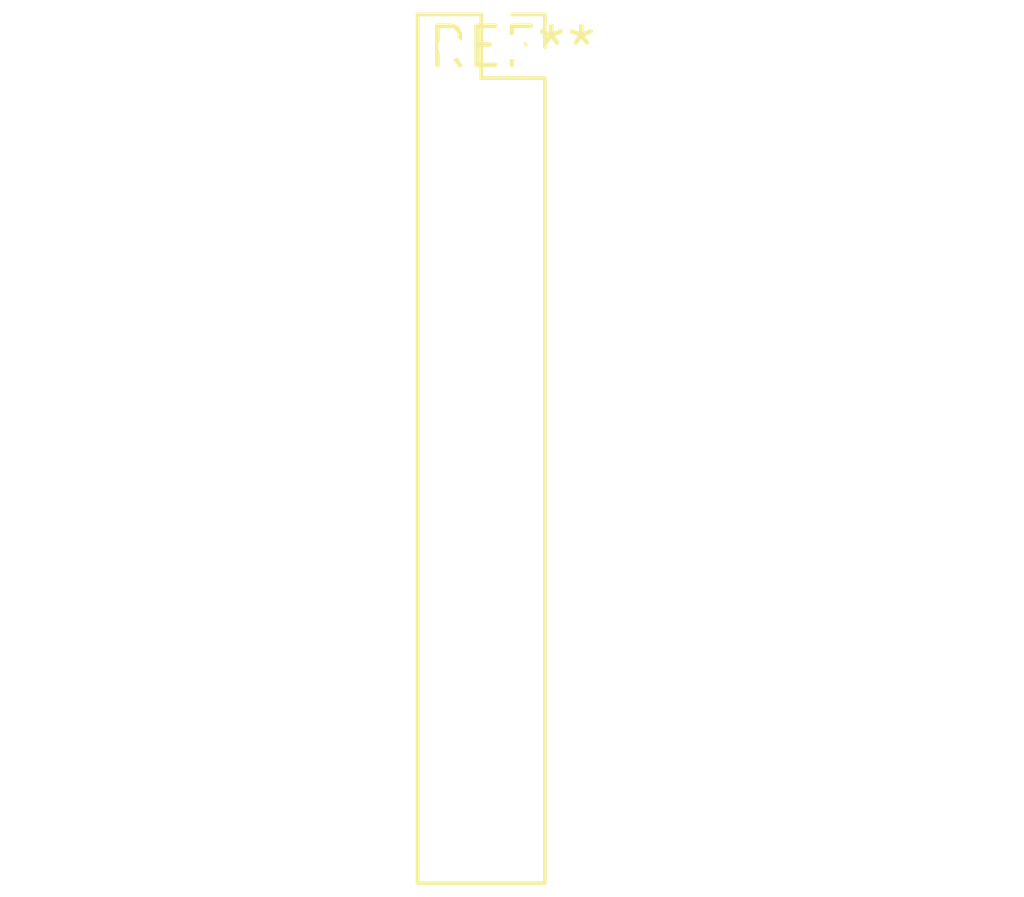
<source format=kicad_pcb>
(kicad_pcb (version 20240108) (generator pcbnew)
  (layers (0 "F.Cu" signal) (31 "B.Cu" signal) (34 "B.Paste" user) (35 "F.Paste" user) (36 "B.SilkS" user "B.Silkscreen") (37 "F.SilkS" user "F.Silkscreen") (38 "B.Mask" user) (39 "F.Mask" user) (44 "Edge.Cuts" user))
  (net 0 "")
  (footprint "PinSocket_2x14_P2.00mm_Vertical" (layer "F.Cu") (at 0 0)
    (property "Reference" "REF**")
    (property "Value" "PinSocket_2x14_P2.00mm_Vertical")
    (fp_line (start -3.06 -1.06) (end -3.06 27.06) (layer "F.SilkS") (stroke (width 0.12)))
    (fp_line (start -3.06 -1.06) (end -1 -1.06) (layer "F.SilkS") (stroke (width 0.12)))
    (fp_line (start -3.06 27.06) (end 1.06 27.06) (layer "F.SilkS") (stroke (width 0.12)))
    (fp_line (start -1 -1.06) (end -1 1) (layer "F.SilkS") (stroke (width 0.12)))
    (fp_line (start -1 1) (end 1.06 1) (layer "F.SilkS") (stroke (width 0.12)))
    (fp_line (start 0 -1.06) (end 1.06 -1.06) (layer "F.SilkS") (stroke (width 0.12)))
    (fp_line (start 1.06 -1.06) (end 1.06 0) (layer "F.SilkS") (stroke (width 0.12)))
    (fp_line (start 1.06 1) (end 1.06 27.06) (layer "F.SilkS") (stroke (width 0.12)))
    (pad "1" thru_hole rect (at 0 0) (size 1.35 1.35) (drill 0.8) (layers *.Cu *.Mask) (remove_unused_layers))
    (pad "2" thru_hole oval (at -2 0) (size 1.35 1.35) (drill 0.8) (layers *.Cu *.Mask) (remove_unused_layers))
    (pad "3" thru_hole oval (at 0 2) (size 1.35 1.35) (drill 0.8) (layers *.Cu *.Mask) (remove_unused_layers))
    (pad "4" thru_hole oval (at -2 2) (size 1.35 1.35) (drill 0.8) (layers *.Cu *.Mask) (remove_unused_layers))
    (pad "5" thru_hole oval (at 0 4) (size 1.35 1.35) (drill 0.8) (layers *.Cu *.Mask) (remove_unused_layers))
    (pad "6" thru_hole oval (at -2 4) (size 1.35 1.35) (drill 0.8) (layers *.Cu *.Mask) (remove_unused_layers))
    (pad "7" thru_hole oval (at 0 6) (size 1.35 1.35) (drill 0.8) (layers *.Cu *.Mask) (remove_unused_layers))
    (pad "8" thru_hole oval (at -2 6) (size 1.35 1.35) (drill 0.8) (layers *.Cu *.Mask) (remove_unused_layers))
    (pad "9" thru_hole oval (at 0 8) (size 1.35 1.35) (drill 0.8) (layers *.Cu *.Mask) (remove_unused_layers))
    (pad "10" thru_hole oval (at -2 8) (size 1.35 1.35) (drill 0.8) (layers *.Cu *.Mask) (remove_unused_layers))
    (pad "11" thru_hole oval (at 0 10) (size 1.35 1.35) (drill 0.8) (layers *.Cu *.Mask) (remove_unused_layers))
    (pad "12" thru_hole oval (at -2 10) (size 1.35 1.35) (drill 0.8) (layers *.Cu *.Mask) (remove_unused_layers))
    (pad "13" thru_hole oval (at 0 12) (size 1.35 1.35) (drill 0.8) (layers *.Cu *.Mask) (remove_unused_layers))
    (pad "14" thru_hole oval (at -2 12) (size 1.35 1.35) (drill 0.8) (layers *.Cu *.Mask) (remove_unused_layers))
    (pad "15" thru_hole oval (at 0 14) (size 1.35 1.35) (drill 0.8) (layers *.Cu *.Mask) (remove_unused_layers))
    (pad "16" thru_hole oval (at -2 14) (size 1.35 1.35) (drill 0.8) (layers *.Cu *.Mask) (remove_unused_layers))
    (pad "17" thru_hole oval (at 0 16) (size 1.35 1.35) (drill 0.8) (layers *.Cu *.Mask) (remove_unused_layers))
    (pad "18" thru_hole oval (at -2 16) (size 1.35 1.35) (drill 0.8) (layers *.Cu *.Mask) (remove_unused_layers))
    (pad "19" thru_hole oval (at 0 18) (size 1.35 1.35) (drill 0.8) (layers *.Cu *.Mask) (remove_unused_layers))
    (pad "20" thru_hole oval (at -2 18) (size 1.35 1.35) (drill 0.8) (layers *.Cu *.Mask) (remove_unused_layers))
    (pad "21" thru_hole oval (at 0 20) (size 1.35 1.35) (drill 0.8) (layers *.Cu *.Mask) (remove_unused_layers))
    (pad "22" thru_hole oval (at -2 20) (size 1.35 1.35) (drill 0.8) (layers *.Cu *.Mask) (remove_unused_layers))
    (pad "23" thru_hole oval (at 0 22) (size 1.35 1.35) (drill 0.8) (layers *.Cu *.Mask) (remove_unused_layers))
    (pad "24" thru_hole oval (at -2 22) (size 1.35 1.35) (drill 0.8) (layers *.Cu *.Mask) (remove_unused_layers))
    (pad "25" thru_hole oval (at 0 24) (size 1.35 1.35) (drill 0.8) (layers *.Cu *.Mask) (remove_unused_layers))
    (pad "26" thru_hole oval (at -2 24) (size 1.35 1.35) (drill 0.8) (layers *.Cu *.Mask) (remove_unused_layers))
    (pad "27" thru_hole oval (at 0 26) (size 1.35 1.35) (drill 0.8) (layers *.Cu *.Mask) (remove_unused_layers))
    (pad "28" thru_hole oval (at -2 26) (size 1.35 1.35) (drill 0.8) (layers *.Cu *.Mask) (remove_unused_layers))
  )
)
</source>
